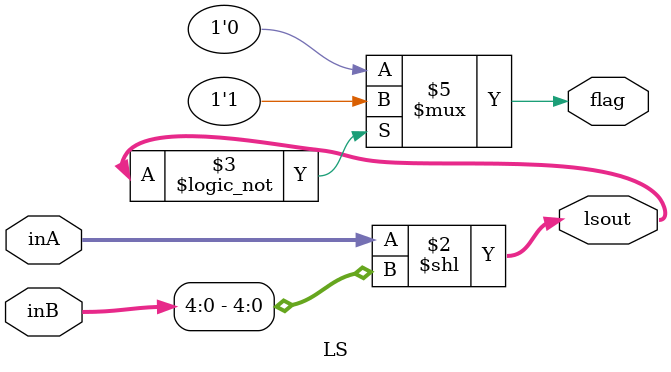
<source format=v>
`timescale 1ns / 1ps


module LS(inA, inB, lsout, flag);
    input [31:0] inA;
    input [31:0] inB;
    output reg [31:0] lsout;
    output reg flag;
    
    always@(*) begin
        lsout = inA<<inB[4:0];
        if(lsout==0)
            flag = 1;
        else
            flag = 0;
    end
endmodule
</source>
